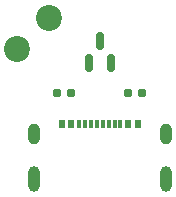
<source format=gts>
G04 #@! TF.GenerationSoftware,KiCad,Pcbnew,(7.0.0)*
G04 #@! TF.CreationDate,2024-02-07T22:18:47+08:00*
G04 #@! TF.ProjectId,simple charger,73696d70-6c65-4206-9368-61726765722e,rev?*
G04 #@! TF.SameCoordinates,Original*
G04 #@! TF.FileFunction,Soldermask,Top*
G04 #@! TF.FilePolarity,Negative*
%FSLAX46Y46*%
G04 Gerber Fmt 4.6, Leading zero omitted, Abs format (unit mm)*
G04 Created by KiCad (PCBNEW (7.0.0)) date 2024-02-07 22:18:47*
%MOMM*%
%LPD*%
G01*
G04 APERTURE LIST*
G04 Aperture macros list*
%AMRoundRect*
0 Rectangle with rounded corners*
0 $1 Rounding radius*
0 $2 $3 $4 $5 $6 $7 $8 $9 X,Y pos of 4 corners*
0 Add a 4 corners polygon primitive as box body*
4,1,4,$2,$3,$4,$5,$6,$7,$8,$9,$2,$3,0*
0 Add four circle primitives for the rounded corners*
1,1,$1+$1,$2,$3*
1,1,$1+$1,$4,$5*
1,1,$1+$1,$6,$7*
1,1,$1+$1,$8,$9*
0 Add four rect primitives between the rounded corners*
20,1,$1+$1,$2,$3,$4,$5,0*
20,1,$1+$1,$4,$5,$6,$7,0*
20,1,$1+$1,$6,$7,$8,$9,0*
20,1,$1+$1,$8,$9,$2,$3,0*%
G04 Aperture macros list end*
%ADD10O,1.000000X1.800000*%
%ADD11O,1.000000X2.200000*%
%ADD12R,0.300000X0.800000*%
%ADD13R,0.540000X0.800000*%
%ADD14C,2.200000*%
%ADD15RoundRect,0.160000X-0.197500X-0.160000X0.197500X-0.160000X0.197500X0.160000X-0.197500X0.160000X0*%
%ADD16RoundRect,0.150000X0.150000X-0.587500X0.150000X0.587500X-0.150000X0.587500X-0.150000X-0.587500X0*%
%ADD17RoundRect,0.160000X0.197500X0.160000X-0.197500X0.160000X-0.197500X-0.160000X0.197500X-0.160000X0*%
G04 APERTURE END LIST*
D10*
X105575299Y-102499999D03*
X94424399Y-102499999D03*
D11*
X94424699Y-106299999D03*
X105575299Y-106299999D03*
D12*
X98241999Y-101599999D03*
X99249999Y-101599999D03*
X100749999Y-101599999D03*
X101749999Y-101599999D03*
X101249999Y-101599999D03*
X100249999Y-101599999D03*
X99749999Y-101599999D03*
X98749999Y-101599999D03*
D13*
X97599999Y-101599999D03*
X102399999Y-101599999D03*
X96799999Y-101599999D03*
X103199999Y-101599999D03*
D14*
X95727108Y-92627917D03*
X93006892Y-95264083D03*
D15*
X102402500Y-99000000D03*
X103597500Y-99000000D03*
D16*
X99050000Y-96437500D03*
X100950000Y-96437500D03*
X100000000Y-94562500D03*
D17*
X97597500Y-99000000D03*
X96402500Y-99000000D03*
M02*

</source>
